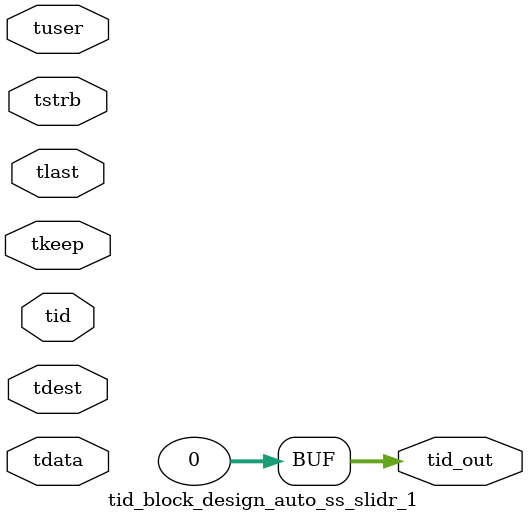
<source format=v>


`timescale 1ps/1ps

module tid_block_design_auto_ss_slidr_1 #
(
parameter C_S_AXIS_TID_WIDTH   = 1,
parameter C_S_AXIS_TUSER_WIDTH = 0,
parameter C_S_AXIS_TDATA_WIDTH = 0,
parameter C_S_AXIS_TDEST_WIDTH = 0,
parameter C_M_AXIS_TID_WIDTH   = 32
)
(
input  [(C_S_AXIS_TID_WIDTH   == 0 ? 1 : C_S_AXIS_TID_WIDTH)-1:0       ] tid,
input  [(C_S_AXIS_TDATA_WIDTH == 0 ? 1 : C_S_AXIS_TDATA_WIDTH)-1:0     ] tdata,
input  [(C_S_AXIS_TUSER_WIDTH == 0 ? 1 : C_S_AXIS_TUSER_WIDTH)-1:0     ] tuser,
input  [(C_S_AXIS_TDEST_WIDTH == 0 ? 1 : C_S_AXIS_TDEST_WIDTH)-1:0     ] tdest,
input  [(C_S_AXIS_TDATA_WIDTH/8)-1:0 ] tkeep,
input  [(C_S_AXIS_TDATA_WIDTH/8)-1:0 ] tstrb,
input                                                                    tlast,
output [(C_M_AXIS_TID_WIDTH   == 0 ? 1 : C_M_AXIS_TID_WIDTH)-1:0       ] tid_out
);

assign tid_out = {1'b0};

endmodule


</source>
